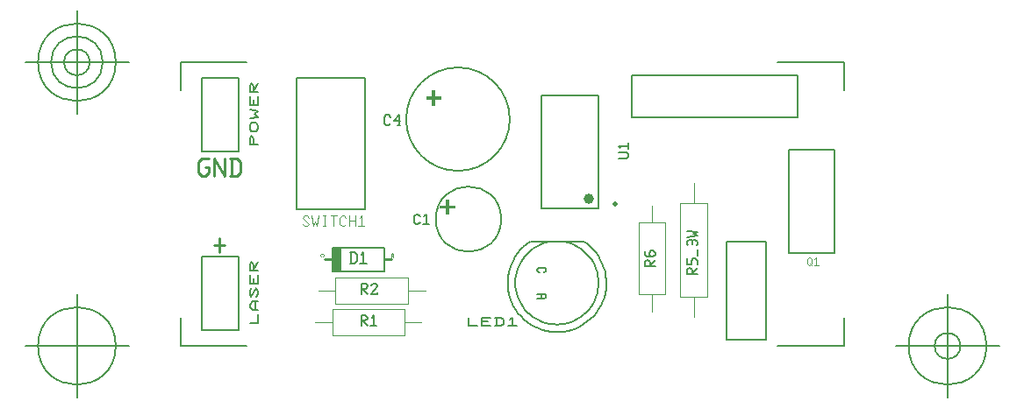
<source format=gbr>
G04 Generated by Ultiboard 14.1 *
%FSLAX34Y34*%
%MOMM*%

%ADD10C,0.0001*%
%ADD11C,0.2667*%
%ADD12C,0.0933*%
%ADD13C,0.2032*%
%ADD14C,0.1500*%
%ADD15C,0.2540*%
%ADD16C,0.1000*%
%ADD17C,0.0556*%
%ADD18C,0.1129*%
%ADD19C,0.2000*%
%ADD20C,0.0010*%
%ADD21C,0.1270*%
%ADD22C,0.50000*%
%ADD23C,1.00000*%


G04 ColorRGB FFFF00 for the following layer *
%LNSilkscreen Top*%
%LPD*%
G54D10*
G54D11*
X29647Y94680D02*
X39887Y94680D01*
X34767Y101537D02*
X34767Y87823D01*
X21233Y170054D02*
X24647Y170054D01*
X24647Y164911D01*
X21233Y161483D01*
X17820Y161483D01*
X14407Y164911D01*
X14407Y175197D01*
X17820Y178626D01*
X24647Y178626D01*
X29767Y161483D02*
X29767Y178626D01*
X40007Y161483D01*
X40007Y178626D01*
X45127Y161483D02*
X51953Y161483D01*
X55367Y164911D01*
X55367Y175197D01*
X51953Y178626D01*
X45127Y178626D01*
X46833Y178626D02*
X46833Y161483D01*
G54D12*
X115296Y115460D02*
X117287Y113460D01*
X119278Y113460D01*
X121269Y115460D01*
X115296Y121460D01*
X117287Y123460D01*
X119278Y123460D01*
X121269Y121460D01*
X124256Y123460D02*
X125251Y113460D01*
X127242Y117460D01*
X129233Y113460D01*
X130229Y123460D01*
X135207Y113460D02*
X137198Y113460D01*
X135207Y123460D02*
X137198Y123460D01*
X136202Y113460D02*
X136202Y123460D01*
X145162Y113460D02*
X145162Y123460D01*
X142176Y123460D02*
X148149Y123460D01*
X157109Y115460D02*
X155118Y113460D01*
X153127Y113460D01*
X151136Y115460D01*
X151136Y121460D01*
X153127Y123460D01*
X155118Y123460D01*
X157109Y121460D01*
X160096Y113460D02*
X160096Y123460D01*
X166069Y113460D02*
X166069Y123460D01*
X160096Y118460D02*
X166069Y118460D01*
X170051Y121460D02*
X172042Y123460D01*
X172042Y113460D01*
X169056Y113460D02*
X175029Y113460D01*
G54D13*
X64256Y19191D02*
X71815Y19191D01*
X71815Y27658D01*
X71815Y31891D02*
X67280Y31891D01*
X64256Y34713D01*
X64256Y37536D01*
X67280Y40358D01*
X71815Y40358D01*
X69548Y31891D02*
X69548Y40358D01*
X70304Y44591D02*
X71815Y47413D01*
X71815Y50236D01*
X70304Y53058D01*
X65768Y44591D01*
X64256Y47413D01*
X64256Y50236D01*
X65768Y53058D01*
X71815Y65758D02*
X71815Y57291D01*
X68036Y57291D01*
X64256Y57291D01*
X64256Y65758D01*
X68036Y57291D02*
X68036Y62936D01*
X71815Y69991D02*
X64256Y69991D01*
X64256Y75636D01*
X65768Y78458D01*
X66524Y78458D01*
X68036Y75636D01*
X68036Y69991D01*
X68036Y71402D02*
X71815Y78458D01*
X17780Y83820D02*
X53340Y83820D01*
X53340Y12700D01*
X17780Y83820D02*
X17780Y12700D01*
X53340Y12700D01*
X275731Y24644D02*
X275731Y17085D01*
X284198Y17085D01*
X296898Y17085D02*
X288431Y17085D01*
X288431Y20864D01*
X288431Y24644D01*
X296898Y24644D01*
X288431Y20864D02*
X294076Y20864D01*
X301131Y17085D02*
X306776Y17085D01*
X309598Y18596D01*
X309598Y23132D01*
X306776Y24644D01*
X301131Y24644D01*
X302542Y24644D02*
X302542Y17085D01*
X315242Y23132D02*
X318064Y24644D01*
X318064Y17085D01*
X313831Y17085D02*
X322298Y17085D01*
X334742Y98362D02*
X331359Y95949D01*
X328200Y93251D01*
X325288Y90287D01*
X322645Y87081D01*
X320292Y83657D01*
X318246Y80041D01*
X316523Y76261D01*
X315136Y72344D01*
X314096Y68322D01*
X313410Y64224D01*
X313084Y60082D01*
X313120Y55928D01*
X313518Y51792D01*
X314276Y47707D01*
X315386Y43703D01*
X316841Y39811D01*
X318630Y36061D01*
X320738Y32482D01*
X323151Y29099D01*
X325849Y25940D01*
X328813Y23028D01*
X332019Y20385D01*
X335443Y18032D01*
X339059Y15986D01*
X342839Y14263D01*
X346756Y12876D01*
X350778Y11836D01*
X354876Y11150D01*
X359018Y10824D01*
X363172Y10860D01*
X367308Y11258D01*
X371393Y12016D01*
X375397Y13126D01*
X379289Y14581D01*
X383039Y16370D01*
X386618Y18478D01*
X390001Y20891D01*
X393160Y23589D01*
X396072Y26553D01*
X398715Y29759D01*
X401068Y33183D01*
X403114Y36799D01*
X404837Y40579D01*
X406224Y44496D01*
X407264Y48518D01*
X407950Y52616D01*
X408276Y56758D01*
X408240Y60912D01*
X407842Y65048D01*
X407084Y69133D01*
X405974Y73137D01*
X404519Y77029D01*
X402730Y80779D01*
X400622Y84358D01*
X398209Y87741D01*
X395511Y90900D01*
X392547Y93812D01*
X389341Y96455D01*
X386618Y98362D01*
X360680Y18203D02*
X364185Y18356D01*
X367664Y18814D01*
X371089Y19574D01*
X374435Y20629D01*
X377676Y21971D01*
X380788Y23591D01*
X383747Y25476D01*
X386531Y27612D01*
X389117Y29983D01*
X391488Y32569D01*
X393624Y35353D01*
X395509Y38312D01*
X397129Y41424D01*
X398471Y44665D01*
X399526Y48011D01*
X400286Y51436D01*
X400744Y54915D01*
X400897Y58420D01*
X400744Y61925D01*
X400286Y65404D01*
X399526Y68829D01*
X398471Y72175D01*
X397129Y75416D01*
X395509Y78528D01*
X393624Y81487D01*
X391488Y84271D01*
X389117Y86857D01*
X386531Y89228D01*
X383747Y91364D01*
X380788Y93249D01*
X377676Y94869D01*
X374435Y96211D01*
X371089Y97266D01*
X367664Y98026D01*
X364185Y98484D01*
X360680Y98637D01*
X357175Y98484D01*
X353696Y98026D01*
X350271Y97266D01*
X346925Y96211D01*
X343684Y94869D01*
X340572Y93249D01*
X337613Y91364D01*
X334829Y89228D01*
X332243Y86857D01*
X329872Y84271D01*
X327736Y81487D01*
X325851Y78528D01*
X324231Y75416D01*
X322889Y72175D01*
X321834Y68829D01*
X321074Y65404D01*
X320616Y61925D01*
X320463Y58420D01*
X320616Y54915D01*
X321074Y51436D01*
X321834Y48011D01*
X322889Y44665D01*
X324231Y41424D01*
X325851Y38312D01*
X327736Y35353D01*
X329872Y32569D01*
X332243Y29983D01*
X334829Y27612D01*
X337613Y25476D01*
X340572Y23591D01*
X343684Y21971D01*
X346925Y20629D01*
X350271Y19574D01*
X353696Y18814D01*
X357175Y18356D01*
X360680Y18203D01*
X345863Y47837D02*
X345863Y43603D01*
X347980Y43603D02*
X348164Y43611D01*
X348348Y43635D01*
X348528Y43675D01*
X348704Y43731D01*
X348875Y43802D01*
X349038Y43887D01*
X349194Y43986D01*
X349341Y44099D01*
X349477Y44223D01*
X349601Y44359D01*
X349714Y44506D01*
X349813Y44662D01*
X349898Y44825D01*
X349969Y44996D01*
X350025Y45172D01*
X350065Y45352D01*
X350089Y45536D01*
X350097Y45720D01*
X350089Y45904D01*
X350065Y46088D01*
X350025Y46268D01*
X349969Y46444D01*
X349898Y46615D01*
X349813Y46778D01*
X349714Y46934D01*
X349601Y47081D01*
X349477Y47217D01*
X349341Y47341D01*
X349194Y47454D01*
X349038Y47553D01*
X348875Y47638D01*
X348704Y47709D01*
X348528Y47765D01*
X348348Y47805D01*
X348164Y47829D01*
X347980Y47837D01*
X386080Y98637D02*
X335280Y98637D01*
X341630Y47837D02*
X347980Y47837D01*
X343747Y73237D02*
X343563Y73229D01*
X343379Y73205D01*
X343199Y73165D01*
X343023Y73109D01*
X342852Y73038D01*
X342689Y72953D01*
X342533Y72854D01*
X342386Y72741D01*
X342250Y72617D01*
X342126Y72481D01*
X342013Y72334D01*
X341914Y72178D01*
X341829Y72015D01*
X341758Y71844D01*
X341702Y71668D01*
X341662Y71488D01*
X341638Y71304D01*
X341630Y71120D01*
X341638Y70936D01*
X341662Y70752D01*
X341702Y70572D01*
X341758Y70396D01*
X341829Y70225D01*
X341914Y70062D01*
X342013Y69906D01*
X342126Y69759D01*
X342250Y69623D01*
X342386Y69499D01*
X342533Y69386D01*
X342689Y69287D01*
X342852Y69202D01*
X343023Y69131D01*
X343199Y69075D01*
X343379Y69035D01*
X343563Y69011D01*
X343747Y69003D01*
X343747Y69003D01*
X343747Y73237D02*
X347980Y73237D01*
X347980Y69003D02*
X348164Y69011D01*
X348348Y69035D01*
X348528Y69075D01*
X348704Y69131D01*
X348875Y69202D01*
X349038Y69287D01*
X349194Y69386D01*
X349341Y69499D01*
X349477Y69623D01*
X349601Y69759D01*
X349714Y69906D01*
X349813Y70062D01*
X349898Y70225D01*
X349969Y70396D01*
X350025Y70572D01*
X350065Y70752D01*
X350089Y70936D01*
X350097Y71120D01*
X350089Y71304D01*
X350065Y71488D01*
X350025Y71668D01*
X349969Y71844D01*
X349898Y72015D01*
X349813Y72178D01*
X349714Y72334D01*
X349601Y72481D01*
X349477Y72617D01*
X349341Y72741D01*
X349194Y72854D01*
X349038Y72953D01*
X348875Y73038D01*
X348704Y73109D01*
X348528Y73165D01*
X348348Y73205D01*
X348164Y73229D01*
X347980Y73237D01*
X341630Y43603D02*
X347980Y43603D01*
X143960Y92780D02*
X143960Y69780D01*
X193960Y69780D02*
X193960Y92780D01*
X143960Y69780D02*
X193960Y69780D01*
X193960Y92780D02*
X143960Y92780D01*
X71815Y191911D02*
X64256Y191911D01*
X64256Y197556D01*
X65768Y200378D01*
X66524Y200378D01*
X68036Y197556D01*
X68036Y191911D01*
X70304Y204611D02*
X71815Y207433D01*
X71815Y210256D01*
X70304Y213078D01*
X65768Y213078D01*
X64256Y210256D01*
X64256Y207433D01*
X65768Y204611D01*
X70304Y204611D01*
X64256Y217311D02*
X71815Y218722D01*
X68792Y221544D01*
X71815Y224367D01*
X64256Y225778D01*
X71815Y238478D02*
X71815Y230011D01*
X68036Y230011D01*
X64256Y230011D01*
X64256Y238478D01*
X68036Y230011D02*
X68036Y235656D01*
X71815Y242711D02*
X64256Y242711D01*
X64256Y248356D01*
X65768Y251178D01*
X66524Y251178D01*
X68036Y248356D01*
X68036Y242711D01*
X68036Y244122D02*
X71815Y251178D01*
X53340Y256540D02*
X53340Y185420D01*
X17780Y256540D02*
X17780Y185420D01*
X17780Y256540D02*
X53340Y256540D01*
X17780Y185420D02*
X53340Y185420D01*
X109240Y256540D02*
X109240Y129540D01*
X175240Y129540D01*
X175240Y256540D01*
X109240Y256540D01*
X433080Y218760D02*
X593080Y218760D01*
X593080Y258760D01*
X433080Y258760D01*
X433080Y218760D01*
X562560Y3300D02*
X562560Y98300D01*
X524560Y98300D01*
X524560Y3300D01*
X562560Y3300D01*
X228499Y116910D02*
X226508Y114910D01*
X224517Y114910D01*
X222526Y116910D01*
X222526Y122910D01*
X224517Y124910D01*
X226508Y124910D01*
X228499Y122910D01*
X232481Y122910D02*
X234472Y124910D01*
X234472Y114910D01*
X231486Y114910D02*
X237459Y114910D01*
X243820Y120080D02*
G75*
D01*
G02X243820Y120080I31500J0*
G01*
X419786Y178755D02*
X427786Y178755D01*
X429786Y180746D01*
X429786Y182737D01*
X427786Y184728D01*
X419786Y184728D01*
X421786Y188710D02*
X419786Y190702D01*
X429786Y190702D01*
X429786Y187715D02*
X429786Y193688D01*
X346010Y240020D02*
X346010Y130820D01*
X400750Y130820D02*
X400750Y240020D01*
X346010Y130820D02*
X400750Y130820D01*
X400750Y240020D02*
X346010Y240020D01*
X455500Y74656D02*
X445500Y74656D01*
X445500Y78638D01*
X447500Y80629D01*
X448500Y80629D01*
X450500Y78638D01*
X450500Y74656D01*
X450500Y75651D02*
X455500Y80629D01*
X445500Y88593D02*
X445500Y85607D01*
X447500Y83616D01*
X451500Y83616D01*
X453500Y83616D01*
X455500Y85607D01*
X455500Y87598D01*
X453500Y89589D01*
X451500Y89589D01*
X449500Y87598D01*
X449500Y85607D01*
X451500Y83616D01*
X200169Y212800D02*
X198178Y210800D01*
X196187Y210800D01*
X194196Y212800D01*
X194196Y218800D01*
X196187Y220800D01*
X198178Y220800D01*
X200169Y218800D01*
X209129Y214800D02*
X203156Y214800D01*
X208133Y220800D01*
X208133Y210800D01*
X207138Y210800D02*
X209129Y210800D01*
X215160Y216760D02*
G75*
D01*
G02X215160Y216760I50000J0*
G01*
X171926Y17050D02*
X171926Y27050D01*
X175908Y27050D01*
X177899Y25050D01*
X177899Y24050D01*
X175908Y22050D01*
X171926Y22050D01*
X172921Y22050D02*
X177899Y17050D01*
X181881Y25050D02*
X183872Y27050D01*
X183872Y17050D01*
X180886Y17050D02*
X186859Y17050D01*
X172386Y47830D02*
X172386Y57830D01*
X176368Y57830D01*
X178359Y55830D01*
X178359Y54830D01*
X176368Y52830D01*
X172386Y52830D01*
X173381Y52830D02*
X178359Y47830D01*
X181346Y55830D02*
X183337Y57830D01*
X185328Y57830D01*
X187319Y55830D01*
X187319Y54830D01*
X181346Y47830D01*
X187319Y47830D01*
X187319Y48830D01*
X496140Y67036D02*
X486140Y67036D01*
X486140Y71018D01*
X488140Y73009D01*
X489140Y73009D01*
X491140Y71018D01*
X491140Y67036D01*
X491140Y68031D02*
X496140Y73009D01*
X486140Y81969D02*
X486140Y75996D01*
X490140Y75996D01*
X490140Y79978D01*
X492140Y81969D01*
X494140Y81969D01*
X496140Y79978D01*
X496140Y75996D01*
X496140Y84956D02*
X496140Y90929D01*
X487140Y94911D02*
X486140Y95907D01*
X486140Y97898D01*
X488140Y99889D01*
X490140Y99889D01*
X491140Y98893D01*
X492140Y99889D01*
X494140Y99889D01*
X496140Y97898D01*
X496140Y95907D01*
X495140Y94911D01*
X491140Y95907D02*
X491140Y98893D01*
X486140Y102876D02*
X496140Y103871D01*
X492140Y105862D01*
X496140Y107853D01*
X486140Y108849D01*
G54D14*
X161087Y77114D02*
X165353Y77114D01*
X167487Y79257D01*
X167487Y85686D01*
X165353Y87829D01*
X161087Y87829D01*
X162153Y87829D02*
X162153Y77114D01*
X171753Y85686D02*
X173887Y87829D01*
X173887Y77114D01*
X170687Y77114D02*
X177087Y77114D01*
G54D15*
X142960Y81280D02*
X136960Y81280D01*
X200960Y81280D02*
X194460Y81280D01*
G54D16*
G36*
X144951Y69720D02*
X144951Y92132D01*
X152951Y92132D01*
X152951Y69720D01*
X144951Y69720D01*
G37*
X465020Y117320D02*
X439520Y117320D01*
X439520Y47320D01*
X465020Y47320D01*
X465020Y117320D01*
X452120Y133320D02*
X452120Y117320D01*
X452120Y47320D02*
X452120Y30320D01*
X213840Y7420D02*
X143840Y7420D01*
X143840Y32920D01*
X213840Y32920D01*
X213840Y7420D01*
X229840Y20320D02*
X213840Y20320D01*
X143840Y20320D02*
X126840Y20320D01*
X146840Y63700D02*
X216840Y63700D01*
X216840Y38200D01*
X146840Y38200D01*
X146840Y63700D01*
X130840Y50800D02*
X146840Y50800D01*
X216840Y50800D02*
X233840Y50800D01*
X479860Y45240D02*
X505360Y45240D01*
X505360Y135240D01*
X479860Y135240D01*
X479860Y45240D01*
X492760Y25240D02*
X492760Y45240D01*
X492760Y135240D02*
X492760Y155240D01*
G54D17*
X200616Y83366D02*
X200616Y85509D01*
X201327Y86938D01*
X202039Y86938D01*
X202750Y85509D01*
X202750Y83366D01*
X200616Y84438D02*
X202750Y84438D01*
X132966Y84035D02*
X132251Y84746D01*
X132251Y85457D01*
X132966Y86168D01*
X135109Y86168D01*
X135823Y85457D01*
X135823Y84746D01*
X135109Y84035D01*
G54D18*
X602189Y77108D02*
X603634Y75656D01*
X605079Y75656D01*
X606524Y77108D01*
X606524Y81462D01*
X605079Y82913D01*
X603634Y82913D01*
X602189Y81462D01*
X602189Y77108D01*
X605079Y77108D02*
X606524Y75656D01*
X609414Y81462D02*
X610859Y82913D01*
X610859Y75656D01*
X608691Y75656D02*
X613026Y75656D01*
G54D19*
X584120Y187160D02*
X628842Y187160D01*
X628842Y87460D01*
X584120Y87460D01*
X584120Y187160D01*
G54D20*
G36*
X253428Y139256D02*
X253428Y139256D01*
X255889Y125076D01*
X255889Y139256D01*
X253428Y139256D01*
D02*
G37*
X255889Y125076D01*
X255889Y139256D01*
X253428Y139256D01*
G36*
X255889Y125076D02*
X255889Y125076D01*
X253428Y139256D01*
X253428Y133411D01*
X255889Y125076D01*
D02*
G37*
X253428Y139256D01*
X253428Y133411D01*
X255889Y125076D01*
G36*
X253428Y133411D02*
X253428Y133411D01*
X253428Y130921D01*
X255889Y125076D01*
X253428Y133411D01*
D02*
G37*
X253428Y130921D01*
X255889Y125076D01*
X253428Y133411D01*
G36*
X253428Y130921D02*
X253428Y130921D01*
X253428Y133411D01*
X247540Y133411D01*
X253428Y130921D01*
D02*
G37*
X253428Y133411D01*
X247540Y133411D01*
X253428Y130921D01*
G36*
X247540Y133411D02*
X247540Y133411D01*
X247540Y130921D01*
X253428Y130921D01*
X247540Y133411D01*
D02*
G37*
X247540Y130921D01*
X253428Y130921D01*
X247540Y133411D01*
G36*
X255889Y130921D02*
X255889Y130921D01*
X261734Y130921D01*
X255889Y133411D01*
X255889Y130921D01*
D02*
G37*
X261734Y130921D01*
X255889Y133411D01*
X255889Y130921D01*
G36*
X255889Y130921D01*
X255889Y139256D01*
X255889Y130921D01*
D02*
G37*
X255889Y139256D01*
X255889Y130921D01*
G36*
X255889Y130921D01*
X255889Y139256D01*
X255889Y125076D01*
X255889Y130921D01*
D02*
G37*
X255889Y139256D01*
X255889Y125076D01*
X255889Y130921D01*
G36*
X255889Y133411D02*
X255889Y133411D01*
X261734Y130921D01*
X261734Y133411D01*
X255889Y133411D01*
D02*
G37*
X261734Y130921D01*
X261734Y133411D01*
X255889Y133411D01*
G36*
X255889Y125076D02*
X255889Y125076D01*
X253428Y130921D01*
X253428Y125076D01*
X255889Y125076D01*
D02*
G37*
X253428Y130921D01*
X253428Y125076D01*
X255889Y125076D01*
G36*
X240268Y244936D02*
X240268Y244936D01*
X242729Y230756D01*
X242729Y244936D01*
X240268Y244936D01*
D02*
G37*
X242729Y230756D01*
X242729Y244936D01*
X240268Y244936D01*
G36*
X242729Y230756D02*
X242729Y230756D01*
X240268Y244936D01*
X240268Y239091D01*
X242729Y230756D01*
D02*
G37*
X240268Y244936D01*
X240268Y239091D01*
X242729Y230756D01*
G36*
X240268Y239091D02*
X240268Y239091D01*
X240268Y236601D01*
X242729Y230756D01*
X240268Y239091D01*
D02*
G37*
X240268Y236601D01*
X242729Y230756D01*
X240268Y239091D01*
G36*
X240268Y236601D02*
X240268Y236601D01*
X240268Y239091D01*
X234380Y239091D01*
X240268Y236601D01*
D02*
G37*
X240268Y239091D01*
X234380Y239091D01*
X240268Y236601D01*
G36*
X234380Y239091D02*
X234380Y239091D01*
X234380Y236601D01*
X240268Y236601D01*
X234380Y239091D01*
D02*
G37*
X234380Y236601D01*
X240268Y236601D01*
X234380Y239091D01*
G36*
X242729Y236601D02*
X242729Y236601D01*
X248574Y236601D01*
X242729Y239091D01*
X242729Y236601D01*
D02*
G37*
X248574Y236601D01*
X242729Y239091D01*
X242729Y236601D01*
G36*
X242729Y236601D01*
X242729Y244936D01*
X242729Y236601D01*
D02*
G37*
X242729Y244936D01*
X242729Y236601D01*
G36*
X242729Y236601D01*
X242729Y244936D01*
X242729Y230756D01*
X242729Y236601D01*
D02*
G37*
X242729Y244936D01*
X242729Y230756D01*
X242729Y236601D01*
G36*
X242729Y239091D02*
X242729Y239091D01*
X248574Y236601D01*
X248574Y239091D01*
X242729Y239091D01*
D02*
G37*
X248574Y236601D01*
X248574Y239091D01*
X242729Y239091D01*
G36*
X242729Y230756D02*
X242729Y230756D01*
X240268Y236601D01*
X240268Y230756D01*
X242729Y230756D01*
D02*
G37*
X240268Y236601D01*
X240268Y230756D01*
X242729Y230756D01*
G54D21*
X-2540Y-2540D02*
X-2540Y24892D01*
X-2540Y-2540D02*
X61468Y-2540D01*
X637540Y-2540D02*
X573532Y-2540D01*
X637540Y-2540D02*
X637540Y24892D01*
X637540Y271780D02*
X637540Y244348D01*
X637540Y271780D02*
X573532Y271780D01*
X-2540Y271780D02*
X61468Y271780D01*
X-2540Y271780D02*
X-2540Y244348D01*
X-52540Y-2540D02*
X-152540Y-2540D01*
X-102540Y-52540D02*
X-102540Y47460D01*
X-140040Y-2540D02*
G75*
D01*
G02X-140040Y-2540I37500J0*
G01*
X687540Y-2540D02*
X787540Y-2540D01*
X737540Y-52540D02*
X737540Y47460D01*
X700040Y-2540D02*
G75*
D01*
G02X700040Y-2540I37500J0*
G01*
X725040Y-2540D02*
G75*
D01*
G02X725040Y-2540I12500J0*
G01*
X-52540Y271780D02*
X-152540Y271780D01*
X-102540Y221780D02*
X-102540Y321780D01*
X-140040Y271780D02*
G75*
D01*
G02X-140040Y271780I37500J0*
G01*
X-127540Y271780D02*
G75*
D01*
G02X-127540Y271780I25000J0*
G01*
X-115040Y271780D02*
G75*
D01*
G02X-115040Y271780I12500J0*
G01*
G54D22*
X416560Y134660D03*
G54D23*
X391160Y139780D03*

M02*

</source>
